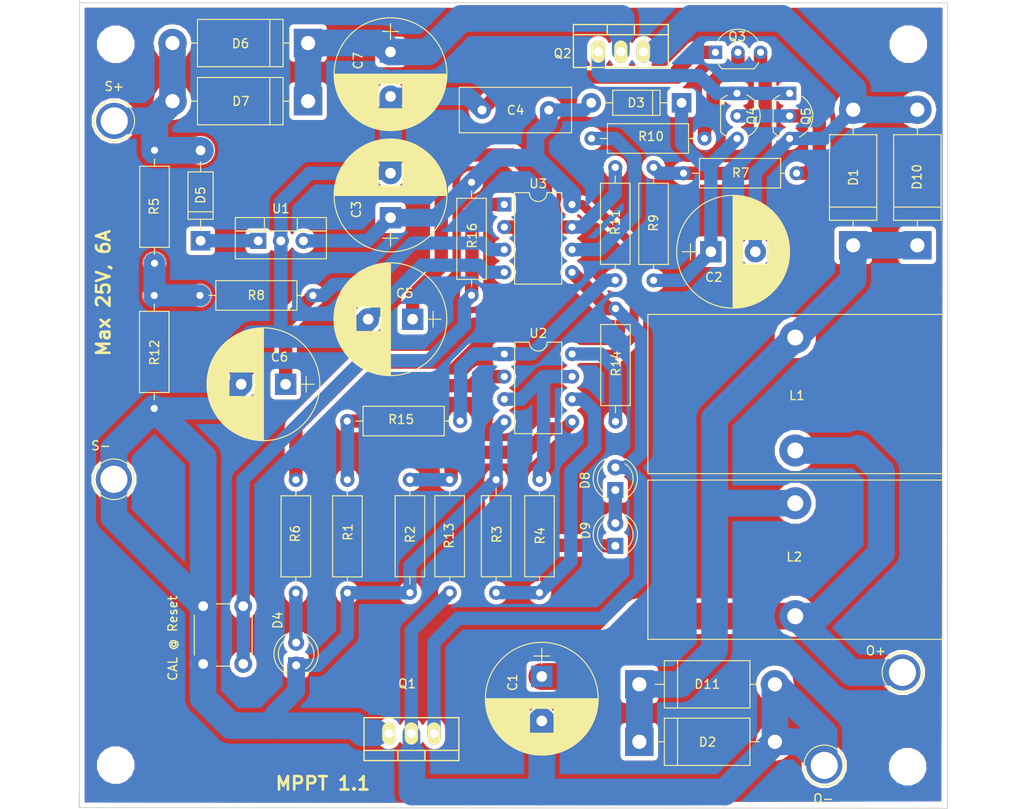
<source format=kicad_pcb>
(kicad_pcb (version 20171130) (host pcbnew "(5.0.0)")
  (layers (0 F.Cu signal) (31 B.Cu signal) (34 B.Paste user) (35 F.Paste user) (36 B.SilkS user) (37 F.SilkS user) (38 B.Mask user) (39 F.Mask user) (44 Edge.Cuts user))
  (net 0 "")
  (net 1 PRI_HI)
  (net 2 PRI_LO)
  (net 3 "Net-(C2-Pad2)")
  (net 4 "Net-(C2-Pad1)")
  (net 5 /BootStrap)
  (net 6 GND)
  (net 7 "Net-(C5-Pad1)")
  (net 8 "Net-(C6-Pad1)")
  (net 9 "Net-(C7-Pad1)")
  (net 10 "Net-(D1-Pad1)")
  (net 11 "Net-(D4-Pad2)")
  (net 12 "Net-(D5-Pad1)")
  (net 13 +24V)
  (net 14 "Net-(D8-Pad1)")
  (net 15 /3.6v)
  (net 16 "Net-(Q2-Pad1)")
  (net 17 "Net-(Q4-Pad2)")
  (net 18 "Net-(R1-Pad2)")
  (net 19 "Net-(R13-Pad2)")
  (net 20 "Net-(R3-Pad1)")
  (net 21 "Net-(R4-Pad1)")
  (net 22 /PV-Voltage)
  (net 23 "Net-(R6-Pad2)")
  (net 24 /PV-Current)
  (net 25 "Net-(R16-Pad1)")
  (net 26 "Net-(Q3-Pad3)")
  (net 27 "Net-(Q3-Pad2)")
  (net 28 "Net-(R10-Pad1)")
  (module Diodes_THT:D_DO-41_SOD81_P10.16mm_Horizontal (layer F.Cu) (at 112.32896 34.30016 180)
    (fp_text reference D3 (at 5.11556 0 180) (layer F.SilkS))
    (fp_text value 1N4001)
    (pad 2 thru_hole oval (at 10.16 0 180) (size 2.2 2.2) (drill 1.1) (layers *.Cu *.Mask) (net 5 /BootStrap))
    (pad 1 thru_hole rect (at 0 0 180) (size 2.2 2.2) (drill 1.1) (layers *.Cu *.Mask) (net 4 "Net-(C2-Pad1)"))
  )
  (module Mounting_Holes:MountingHole_3.2mm_M3_ISO7380 (layer F.Cu) (at 137.73404 108.93044)
    (fp_text reference REF** hide)
    (fp_text value MountingHole_3.2mm_M3_ISO7380)
    (pad 1 np_thru_hole circle (at 0 0) (size 3.2 3.2) (drill 3.2) (layers *.Cu *.Mask))
  )
  (module Mounting_Holes:MountingHole_3.2mm_M3_ISO7380 (layer F.Cu) (at 137.81532 27.7114)
    (fp_text reference REF** hide)
    (fp_text value MountingHole_3.2mm_M3_ISO7380)
    (pad 1 np_thru_hole circle (at 0 0) (size 3.2 3.2) (drill 3.2) (layers *.Cu *.Mask))
  )
  (module Mounting_Holes:MountingHole_3.2mm_M3_ISO7380 (layer F.Cu) (at 48.71212 27.72664)
    (fp_text reference REF** hide)
    (fp_text value MountingHole_3.2mm_M3_ISO7380)
    (pad 1 np_thru_hole circle (at 0 0) (size 3.2 3.2) (drill 3.2) (layers *.Cu *.Mask))
  )
  (module Capacitors_THT:CP_Radial_D12.5mm_P5.00mm (layer F.Cu) (at 96.61144 98.79076 270)
    (fp_text reference C1 (at 0.66548 3.2766 270) (layer F.SilkS))
    (fp_text value 100u)
    (pad 1 thru_hole rect (at 0 0 270) (size 2.4 2.4) (drill 1.2) (layers *.Cu *.Mask) (net 1 PRI_HI))
    (pad 2 thru_hole circle (at 5 0 270) (size 2.4 2.4) (drill 1.2) (layers *.Cu *.Mask) (net 2 PRI_LO))
  )
  (module Capacitors_THT:CP_Radial_D12.5mm_P5.00mm (layer F.Cu) (at 115.6208 51.04384)
    (fp_text reference C2 (at 0.3302 2.86512) (layer F.SilkS))
    (fp_text value 1u)
    (pad 2 thru_hole circle (at 5 0) (size 2.4 2.4) (drill 1.2) (layers *.Cu *.Mask) (net 3 "Net-(C2-Pad2)"))
    (pad 1 thru_hole rect (at 0 0) (size 2.4 2.4) (drill 1.2) (layers *.Cu *.Mask) (net 4 "Net-(C2-Pad1)"))
  )
  (module Capacitors_THT:CP_Radial_D12.5mm_P5.00mm (layer F.Cu) (at 79.6036 47.2186 90)
    (fp_text reference C3 (at 0.91948 -3.84048 90) (layer F.SilkS))
    (fp_text value 100u)
    (pad 1 thru_hole rect (at 0 0 90) (size 2.4 2.4) (drill 1.2) (layers *.Cu *.Mask) (net 5 /BootStrap))
    (pad 2 thru_hole circle (at 5 0 90) (size 2.4 2.4) (drill 1.2) (layers *.Cu *.Mask) (net 6 GND))
  )
  (module Capacitors_THT:C_Disc_D12.5mm_W5.0mm_P7.50mm (layer F.Cu) (at 97.39884 35.11296 180)
    (fp_text reference C4 (at 3.73888 -0.03048 180) (layer F.SilkS))
    (fp_text value 0.1u)
    (pad 2 thru_hole circle (at 7.5 0 180) (size 2 2) (drill 1) (layers *.Cu *.Mask) (net 6 GND))
    (pad 1 thru_hole circle (at 0 0 180) (size 2 2) (drill 1) (layers *.Cu *.Mask) (net 5 /BootStrap))
  )
  (module Capacitors_THT:CP_Radial_D12.5mm_P5.00mm (layer F.Cu) (at 82.0928 58.62828 180)
    (fp_text reference C5 (at 0.89408 2.91084 180) (layer F.SilkS))
    (fp_text value 10u)
    (pad 2 thru_hole circle (at 5 0 180) (size 2.4 2.4) (drill 1.2) (layers *.Cu *.Mask) (net 6 GND))
    (pad 1 thru_hole rect (at 0 0 180) (size 2.4 2.4) (drill 1.2) (layers *.Cu *.Mask) (net 7 "Net-(C5-Pad1)"))
  )
  (module Capacitors_THT:CP_Radial_D12.5mm_P5.00mm (layer F.Cu) (at 67.818 65.9384 180)
    (fp_text reference C6 (at 0.69088 3.05816 180) (layer F.SilkS))
    (fp_text value 10u)
    (pad 1 thru_hole rect (at 0 0 180) (size 2.4 2.4) (drill 1.2) (layers *.Cu *.Mask) (net 8 "Net-(C6-Pad1)"))
    (pad 2 thru_hole circle (at 5 0 180) (size 2.4 2.4) (drill 1.2) (layers *.Cu *.Mask) (net 6 GND))
  )
  (module Capacitors_THT:CP_Radial_D12.5mm_P5.00mm (layer F.Cu) (at 79.6036 28.58516 270)
    (fp_text reference C7 (at 0.98044 3.64236 270) (layer F.SilkS))
    (fp_text value 47u)
    (pad 2 thru_hole circle (at 5 0 270) (size 2.4 2.4) (drill 1.2) (layers *.Cu *.Mask) (net 6 GND))
    (pad 1 thru_hole rect (at 0 0 270) (size 2.4 2.4) (drill 1.2) (layers *.Cu *.Mask) (net 9 "Net-(C7-Pad1)"))
  )
  (module Diodes_THT:D_DO-201AD_P15.24mm_Horizontal (layer F.Cu) (at 131.61264 50.3174 90)
    (fp_text reference D1 (at 7.6454 0.0254 90) (layer F.SilkS))
    (fp_text value 1N5822A)
    (pad 2 thru_hole oval (at 15.24 0 90) (size 3.2 3.2) (drill 1.6) (layers *.Cu *.Mask) (net 3 "Net-(C2-Pad2)"))
    (pad 1 thru_hole rect (at 0 0 90) (size 3.2 3.2) (drill 1.6) (layers *.Cu *.Mask) (net 10 "Net-(D1-Pad1)"))
  )
  (module Diodes_THT:D_DO-201AD_P15.24mm_Horizontal (layer F.Cu) (at 107.57916 106.13136)
    (fp_text reference D2 (at 7.66064 0.03048) (layer F.SilkS))
    (fp_text value 1N5822A)
    (pad 1 thru_hole rect (at 0 0) (size 3.2 3.2) (drill 1.6) (layers *.Cu *.Mask) (net 10 "Net-(D1-Pad1)"))
    (pad 2 thru_hole oval (at 15.24 0) (size 3.2 3.2) (drill 1.6) (layers *.Cu *.Mask) (net 2 PRI_LO))
  )
  (module LEDs:LED_D4.0mm (layer F.Cu) (at 68.99656 97.536 90)
    (fp_text reference D4 (at 5.06984 -2.06248 90) (layer F.SilkS))
    (fp_text value LED)
    (pad 2 thru_hole circle (at 2.54 0 90) (size 1.8 1.8) (drill 0.9) (layers *.Cu *.Mask) (net 11 "Net-(D4-Pad2)"))
    (pad 1 thru_hole rect (at 0 0 90) (size 1.8 1.8) (drill 0.9) (layers *.Cu *.Mask) (net 6 GND))
  )
  (module Diodes_THT:D_DO-41_SOD81_P10.16mm_Horizontal (layer F.Cu) (at 58.25236 49.8094 90)
    (fp_text reference D5 (at 5.12572 0 90) (layer F.SilkS))
    (fp_text value 1N4007)
    (pad 1 thru_hole rect (at 0 0 90) (size 2.2 2.2) (drill 1.1) (layers *.Cu *.Mask) (net 12 "Net-(D5-Pad1)"))
    (pad 2 thru_hole oval (at 10.16 0 90) (size 2.2 2.2) (drill 1.1) (layers *.Cu *.Mask) (net 13 +24V))
  )
  (module Diodes_THT:D_DO-201AD_P15.24mm_Horizontal (layer F.Cu) (at 70.33768 27.5844 180)
    (fp_text reference D6 (at 7.5946 -0.06604 180) (layer F.SilkS))
    (fp_text value 1N5822A)
    (pad 1 thru_hole rect (at 0 0 180) (size 3.2 3.2) (drill 1.6) (layers *.Cu *.Mask) (net 9 "Net-(C7-Pad1)"))
    (pad 2 thru_hole oval (at 15.24 0 180) (size 3.2 3.2) (drill 1.6) (layers *.Cu *.Mask) (net 13 +24V))
  )
  (module Diodes_THT:D_DO-201AD_P15.24mm_Horizontal (layer F.Cu) (at 70.33768 34.11728 180)
    (fp_text reference D7 (at 7.55396 -0.01524 180) (layer F.SilkS))
    (fp_text value 1N5822A)
    (pad 2 thru_hole oval (at 15.24 0 180) (size 3.2 3.2) (drill 1.6) (layers *.Cu *.Mask) (net 13 +24V))
    (pad 1 thru_hole rect (at 0 0 180) (size 3.2 3.2) (drill 1.6) (layers *.Cu *.Mask) (net 9 "Net-(C7-Pad1)"))
  )
  (module LEDs:LED_D4.0mm (layer F.Cu) (at 104.8766 77.83068 90)
    (fp_text reference D8 (at 1.08712 -3.4036 90) (layer F.SilkS))
    (fp_text value LED)
    (pad 1 thru_hole rect (at 0 0 90) (size 1.8 1.8) (drill 0.9) (layers *.Cu *.Mask) (net 14 "Net-(D8-Pad1)"))
    (pad 2 thru_hole circle (at 2.54 0 90) (size 1.8 1.8) (drill 0.9) (layers *.Cu *.Mask) (net 15 /3.6v))
  )
  (module LEDs:LED_D4.0mm (layer F.Cu) (at 104.8766 84.10956 90)
    (fp_text reference D9 (at 1.7272 -3.35788 90) (layer F.SilkS))
    (fp_text value LED)
    (pad 2 thru_hole circle (at 2.54 0 90) (size 1.8 1.8) (drill 0.9) (layers *.Cu *.Mask) (net 14 "Net-(D8-Pad1)"))
    (pad 1 thru_hole rect (at 0 0 90) (size 1.8 1.8) (drill 0.9) (layers *.Cu *.Mask) (net 6 GND))
  )
  (module Diodes_THT:D_DO-201AD_P15.24mm_Horizontal (layer F.Cu) (at 138.83132 50.3174 90)
    (fp_text reference D10 (at 7.68604 -0.04064 90) (layer F.SilkS))
    (fp_text value 1N5822A)
    (pad 2 thru_hole oval (at 15.24 0 90) (size 3.2 3.2) (drill 1.6) (layers *.Cu *.Mask) (net 3 "Net-(C2-Pad2)"))
    (pad 1 thru_hole rect (at 0 0 90) (size 3.2 3.2) (drill 1.6) (layers *.Cu *.Mask) (net 10 "Net-(D1-Pad1)"))
  )
  (module Diodes_THT:D_DO-201AD_P15.24mm_Horizontal (layer F.Cu) (at 107.57916 99.67468)
    (fp_text reference D11 (at 7.64032 -0.01524) (layer F.SilkS))
    (fp_text value 1N5822A)
    (pad 1 thru_hole rect (at 0 0) (size 3.2 3.2) (drill 1.6) (layers *.Cu *.Mask) (net 10 "Net-(D1-Pad1)"))
    (pad 2 thru_hole oval (at 15.24 0) (size 3.2 3.2) (drill 1.6) (layers *.Cu *.Mask) (net 2 PRI_LO))
  )
  (module Connectors:1pin (layer F.Cu) (at 48.54956 36.33216)
    (fp_text reference S+ (at -0.00508 -3.87604) (layer F.SilkS))
    (fp_text value S+)
    (pad 1 thru_hole circle (at 0 0) (size 4.064 4.064) (drill 3.048) (layers *.Cu *.Mask) (net 13 +24V))
  )
  (module Connectors:1pin (layer F.Cu) (at 48.50892 76.62164)
    (fp_text reference S- (at -1.45288 -3.77444) (layer F.SilkS))
    (fp_text value S-)
    (pad 1 thru_hole circle (at 0 0) (size 4.064 4.064) (drill 3.048) (layers *.Cu *.Mask) (net 6 GND))
  )
  (module Connectors:1pin (layer F.Cu) (at 137.15492 98.33356)
    (fp_text reference O+ (at -2.97688 -2.42824) (layer F.SilkS))
    (fp_text value O+)
    (pad 1 thru_hole circle (at 0 0) (size 4.064 4.064) (drill 3.048) (layers *.Cu *.Mask) (net 1 PRI_HI))
  )
  (module Connectors:1pin (layer F.Cu) (at 128.36652 108.7882)
    (fp_text reference O- (at -0.09144 3.73888) (layer F.SilkS))
    (fp_text value O-)
    (pad 1 thru_hole circle (at 0 0) (size 4.064 4.064) (drill 3.048) (layers *.Cu *.Mask) (net 2 PRI_LO))
  )
  (module Inductors_THT:L_Toroid_Vertical_L33.0mm_W17.8mm_P12.70mm_Pulse_KM-5 (layer F.Cu) (at 125.10516 60.68568)
    (fp_text reference L1 (at 0.18288 6.52272) (layer F.SilkS))
    (fp_text value 330uH)
    (pad 2 thru_hole circle (at 0 12.7) (size 3.6 3.6) (drill 1.8) (layers *.Cu *.Mask) (net 1 PRI_HI))
    (pad 1 thru_hole circle (at 0 0) (size 3.6 3.6) (drill 1.8) (layers *.Cu *.Mask) (net 10 "Net-(D1-Pad1)"))
  )
  (module Inductors_THT:L_Toroid_Vertical_L33.0mm_W17.8mm_P12.70mm_Pulse_KM-5 (layer F.Cu) (at 125.10516 79.31404)
    (fp_text reference L2 (at -0.11176 6.04012) (layer F.SilkS))
    (fp_text value 330uH)
    (pad 1 thru_hole circle (at 0 0) (size 3.6 3.6) (drill 1.8) (layers *.Cu *.Mask) (net 10 "Net-(D1-Pad1)"))
    (pad 2 thru_hole circle (at 0 12.7) (size 3.6 3.6) (drill 1.8) (layers *.Cu *.Mask) (net 1 PRI_HI))
  )
  (module TO_SOT_Packages_THT-2:TO-220_Neutral123_Vertical (layer F.Cu) (at 81.95564 105.19664 180)
    (fp_text reference Q1 (at 0.47752 5.588 180) (layer F.SilkS))
    (fp_text value BUK9511-55A127)
    (pad 2 thru_hole oval (at 0 0 270) (size 2.49936 1.50114) (drill 1.00076) (layers *.Cu *.Mask F.SilkS) (net 2 PRI_LO))
    (pad 1 thru_hole oval (at -2.54 0 270) (size 2.49936 1.50114) (drill 1.00076) (layers *.Cu *.Mask F.SilkS) (net 15 /3.6v))
    (pad 3 thru_hole oval (at 2.54 0 270) (size 2.49936 1.50114) (drill 1.00076) (layers *.Cu *.Mask F.SilkS) (net 6 GND))
  )
  (module TO_SOT_Packages_THT-2:TO-220_Neutral123_Vertical (layer F.Cu) (at 105.49636 28.5496)
    (fp_text reference Q2 (at -6.5532 0.20828) (layer F.SilkS))
    (fp_text value BUK9511-55A127)
    (pad 3 thru_hole oval (at 2.54 0 90) (size 2.49936 1.50114) (drill 1.00076) (layers *.Cu *.Mask F.SilkS) (net 3 "Net-(C2-Pad2)"))
    (pad 1 thru_hole oval (at -2.54 0 90) (size 2.49936 1.50114) (drill 1.00076) (layers *.Cu *.Mask F.SilkS) (net 16 "Net-(Q2-Pad1)"))
    (pad 2 thru_hole oval (at 0 0 90) (size 2.49936 1.50114) (drill 1.00076) (layers *.Cu *.Mask F.SilkS) (net 9 "Net-(C7-Pad1)"))
  )
  (module TO_SOT_Packages_THT:TO-92_Inline_Wide (layer F.Cu) (at 118.56212 33.23844 270)
    (fp_text reference Q4 (at 2.53492 -1.66624 90) (layer F.SilkS))
    (fp_text value 2N2222A)
    (pad 1 thru_hole rect (at 0 0) (size 1.52 1.52) (drill 0.8) (layers *.Cu *.Mask) (net 16 "Net-(Q2-Pad1)"))
    (pad 3 thru_hole circle (at 5.08 0) (size 1.52 1.52) (drill 0.8) (layers *.Cu *.Mask) (net 4 "Net-(C2-Pad1)"))
    (pad 2 thru_hole circle (at 2.54 0) (size 1.52 1.52) (drill 0.8) (layers *.Cu *.Mask) (net 17 "Net-(Q4-Pad2)"))
  )
  (module TO_SOT_Packages_THT:TO-92_Inline_Wide (layer F.Cu) (at 124.47016 33.23844 270)
    (fp_text reference Q5 (at 2.57048 -1.8542 90) (layer F.SilkS))
    (fp_text value 2N2903A)
    (pad 2 thru_hole circle (at 2.54 0) (size 1.52 1.52) (drill 0.8) (layers *.Cu *.Mask) (net 17 "Net-(Q4-Pad2)"))
    (pad 3 thru_hole circle (at 5.08 0) (size 1.52 1.52) (drill 0.8) (layers *.Cu *.Mask) (net 3 "Net-(C2-Pad2)"))
    (pad 1 thru_hole rect (at 0 0) (size 1.52 1.52) (drill 0.8) (layers *.Cu *.Mask) (net 16 "Net-(Q2-Pad1)"))
  )
  (module Resistors_THT:R_Axial_DIN0309_L9.0mm_D3.2mm_P12.70mm_Horizontal (layer F.Cu) (at 74.75728 89.38768 90)
    (fp_text reference R1 (at 6.82752 0.06604 90) (layer F.SilkS))
    (fp_text value 2.2k)
    (pad 1 thru_hole circle (at 0 0 90) (size 1.6 1.6) (drill 0.8) (layers *.Cu *.Mask) (net 6 GND))
    (pad 2 thru_hole oval (at 12.7 0 90) (size 1.6 1.6) (drill 0.8) (layers *.Cu *.Mask) (net 18 "Net-(R1-Pad2)"))
  )
  (module Resistors_THT:R_Axial_DIN0309_L9.0mm_D3.2mm_P12.70mm_Horizontal (layer F.Cu) (at 81.78292 89.37244 90)
    (fp_text reference R2 (at 6.55828 0.04572 90) (layer F.SilkS))
    (fp_text value 100k)
    (pad 2 thru_hole oval (at 12.7 0 90) (size 1.6 1.6) (drill 0.8) (layers *.Cu *.Mask) (net 19 "Net-(R13-Pad2)"))
    (pad 1 thru_hole circle (at 0 0 90) (size 1.6 1.6) (drill 0.8) (layers *.Cu *.Mask) (net 6 GND))
  )
  (module Resistors_THT:R_Axial_DIN0309_L9.0mm_D3.2mm_P12.70mm_Horizontal (layer F.Cu) (at 91.47556 89.37244 90)
    (fp_text reference R3 (at 6.55828 0.09144 90) (layer F.SilkS))
    (fp_text value 10k)
    (pad 1 thru_hole circle (at 0 0 90) (size 1.6 1.6) (drill 0.8) (layers *.Cu *.Mask) (net 20 "Net-(R3-Pad1)"))
    (pad 2 thru_hole oval (at 12.7 0 90) (size 1.6 1.6) (drill 0.8) (layers *.Cu *.Mask) (net 6 GND))
  )
  (module Resistors_THT:R_Axial_DIN0309_L9.0mm_D3.2mm_P12.70mm_Horizontal (layer F.Cu) (at 96.35236 76.67244 270)
    (fp_text reference R4 (at 6.29412 -0.07112 270) (layer F.SilkS))
    (fp_text value 100k)
    (pad 2 thru_hole oval (at 12.7 0 270) (size 1.6 1.6) (drill 0.8) (layers *.Cu *.Mask) (net 20 "Net-(R3-Pad1)"))
    (pad 1 thru_hole circle (at 0 0 270) (size 1.6 1.6) (drill 0.8) (layers *.Cu *.Mask) (net 21 "Net-(R4-Pad1)"))
  )
  (module Resistors_THT:R_Axial_DIN0309_L9.0mm_D3.2mm_P12.70mm_Horizontal (layer F.Cu) (at 53.07584 39.63924 270)
    (fp_text reference R5 (at 6.30428 0.04064 270) (layer F.SilkS))
    (fp_text value 300k)
    (pad 2 thru_hole oval (at 12.7 0 270) (size 1.6 1.6) (drill 0.8) (layers *.Cu *.Mask) (net 22 /PV-Voltage))
    (pad 1 thru_hole circle (at 0 0 270) (size 1.6 1.6) (drill 0.8) (layers *.Cu *.Mask) (net 13 +24V))
  )
  (module Resistors_THT:R_Axial_DIN0309_L9.0mm_D3.2mm_P12.70mm_Horizontal (layer F.Cu) (at 68.96608 89.38768 90)
    (fp_text reference R6 (at 6.6548 -0.06604 90) (layer F.SilkS))
    (fp_text value 1k)
    (pad 1 thru_hole circle (at 0 0 90) (size 1.6 1.6) (drill 0.8) (layers *.Cu *.Mask) (net 11 "Net-(D4-Pad2)"))
    (pad 2 thru_hole oval (at 12.7 0 90) (size 1.6 1.6) (drill 0.8) (layers *.Cu *.Mask) (net 23 "Net-(R6-Pad2)"))
  )
  (module Resistors_THT:R_Axial_DIN0309_L9.0mm_D3.2mm_P12.70mm_Horizontal (layer F.Cu) (at 58.17616 55.9562)
    (fp_text reference R8 (at 6.32968 -0.01524) (layer F.SilkS))
    (fp_text value 100k)
    (pad 1 thru_hole circle (at 0 0) (size 1.6 1.6) (drill 0.8) (layers *.Cu *.Mask) (net 22 /PV-Voltage))
    (pad 2 thru_hole oval (at 12.7 0) (size 1.6 1.6) (drill 0.8) (layers *.Cu *.Mask) (net 8 "Net-(C6-Pad1)"))
  )
  (module Resistors_THT:R_Axial_DIN0309_L9.0mm_D3.2mm_P12.70mm_Horizontal (layer F.Cu) (at 102.19944 38.31336)
    (fp_text reference R10 (at 6.68528 -0.2286) (layer F.SilkS))
    (fp_text value 1k)
    (pad 2 thru_hole oval (at 12.7 0) (size 1.6 1.6) (drill 0.8) (layers *.Cu *.Mask) (net 27 "Net-(Q3-Pad2)"))
    (pad 1 thru_hole circle (at 0 0) (size 1.6 1.6) (drill 0.8) (layers *.Cu *.Mask) (net 28 "Net-(R10-Pad1)"))
  )
  (module Resistors_THT:R_Axial_DIN0309_L9.0mm_D3.2mm_P12.70mm_Horizontal (layer F.Cu) (at 104.87152 54.24932 90)
    (fp_text reference R11 (at 6.5278 0 90) (layer F.SilkS))
    (fp_text value 100k)
    (pad 2 thru_hole oval (at 12.7 0 90) (size 1.6 1.6) (drill 0.8) (layers *.Cu *.Mask) (net 7 "Net-(C5-Pad1)"))
    (pad 1 thru_hole circle (at 0 0 90) (size 1.6 1.6) (drill 0.8) (layers *.Cu *.Mask) (net 24 /PV-Current))
  )
  (module Resistors_THT:R_Axial_DIN0309_L9.0mm_D3.2mm_P12.70mm_Horizontal (layer F.Cu) (at 53.04536 55.9562 270)
    (fp_text reference R12 (at 6.4262 -0.03556 270) (layer F.SilkS))
    (fp_text value 47k)
    (pad 1 thru_hole circle (at 0 0 270) (size 1.6 1.6) (drill 0.8) (layers *.Cu *.Mask) (net 22 /PV-Voltage))
    (pad 2 thru_hole oval (at 12.7 0 270) (size 1.6 1.6) (drill 0.8) (layers *.Cu *.Mask) (net 6 GND))
  )
  (module Resistors_THT:R_Axial_DIN0309_L9.0mm_D3.2mm_P12.70mm_Horizontal (layer F.Cu) (at 86.2584 89.37244 90)
    (fp_text reference R13 (at 6.40588 -0.07112 90) (layer F.SilkS))
    (fp_text value 10k)
    (pad 1 thru_hole circle (at 0 0 90) (size 1.6 1.6) (drill 0.8) (layers *.Cu *.Mask) (net 2 PRI_LO))
    (pad 2 thru_hole oval (at 12.7 0 90) (size 1.6 1.6) (drill 0.8) (layers *.Cu *.Mask) (net 19 "Net-(R13-Pad2)"))
  )
  (module Resistors_THT:R_Axial_DIN0309_L9.0mm_D3.2mm_P12.70mm_Horizontal (layer F.Cu) (at 104.89692 70.13448 90)
    (fp_text reference R14 (at 6.5024 0.06604 90) (layer F.SilkS))
    (fp_text value 4.7k)
    (pad 2 thru_hole oval (at 12.7 0 90) (size 1.6 1.6) (drill 0.8) (layers *.Cu *.Mask) (net 15 /3.6v))
    (pad 1 thru_hole circle (at 0 0 90) (size 1.6 1.6) (drill 0.8) (layers *.Cu *.Mask) (net 5 /BootStrap))
  )
  (module Resistors_THT:R_Axial_DIN0309_L9.0mm_D3.2mm_P12.70mm_Horizontal (layer F.Cu) (at 74.73188 70.0786)
    (fp_text reference R15 (at 6.06552 -0.1778) (layer F.SilkS))
    (fp_text value 10k)
    (pad 2 thru_hole oval (at 12.7 0) (size 1.6 1.6) (drill 0.8) (layers *.Cu *.Mask) (net 24 /PV-Current))
    (pad 1 thru_hole circle (at 0 0) (size 1.6 1.6) (drill 0.8) (layers *.Cu *.Mask) (net 18 "Net-(R1-Pad2)"))
  )
  (module Resistors_THT:R_Axial_DIN0309_L9.0mm_D3.2mm_P12.70mm_Horizontal (layer F.Cu) (at 88.71712 55.94096 90)
    (fp_text reference R16 (at 6.7056 0.07112 90) (layer F.SilkS))
    (fp_text value 10k)
    (pad 1 thru_hole circle (at 0 0 90) (size 1.6 1.6) (drill 0.8) (layers *.Cu *.Mask) (net 25 "Net-(R16-Pad1)"))
    (pad 2 thru_hole oval (at 12.7 0 90) (size 1.6 1.6) (drill 0.8) (layers *.Cu *.Mask) (net 5 /BootStrap))
  )
  (module Buttons_Switches_THT:SW_PUSH_6mm (layer F.Cu) (at 58.547 97.37852 90)
    (fp_text reference "CAL @ Reset" (at 2.89052 -3.41884 90) (layer F.SilkS))
    (fp_text value "Write OP-AMP DIFF")
    (pad 1 thru_hole circle (at 6.5 0 180) (size 2 2) (drill 1.1) (layers *.Cu *.Mask) (net 6 GND))
    (pad 2 thru_hole circle (at 6.5 4.5 180) (size 2 2) (drill 1.1) (layers *.Cu *.Mask) (net 25 "Net-(R16-Pad1)"))
    (pad 1 thru_hole circle (at 0 0 180) (size 2 2) (drill 1.1) (layers *.Cu *.Mask) (net 6 GND))
    (pad 2 thru_hole circle (at 0 4.5 180) (size 2 2) (drill 1.1) (layers *.Cu *.Mask) (net 25 "Net-(R16-Pad1)"))
  )
  (module TO_SOT_Packages_THT:TO-220-3_Vertical (layer F.Cu) (at 64.73952 49.81956)
    (fp_text reference U1 (at 2.54 -3.62) (layer F.SilkS))
    (fp_text value LM7805_TO220)
    (pad 3 thru_hole oval (at 5.08 0) (size 1.8 1.8) (drill 1) (layers *.Cu *.Mask) (net 5 /BootStrap))
    (pad 2 thru_hole oval (at 2.54 0) (size 1.8 1.8) (drill 1) (layers *.Cu *.Mask) (net 6 GND))
    (pad 1 thru_hole rect (at 0 0) (size 1.8 1.8) (drill 1) (layers *.Cu *.Mask) (net 12 "Net-(D5-Pad1)"))
  )
  (module Housings_DIP:DIP-8_W7.62mm (layer F.Cu) (at 92.40012 62.53988)
    (fp_text reference U2 (at 3.81 -2.33) (layer F.SilkS))
    (fp_text value LM358N)
    (pad 8 thru_hole oval (at 7.62 0) (size 1.6 1.6) (drill 0.8) (layers *.Cu *.Mask) (net 5 /BootStrap))
    (pad 4 thru_hole oval (at 0 7.62) (size 1.6 1.6) (drill 0.8) (layers *.Cu *.Mask) (net 6 GND))
    (pad 7 thru_hole oval (at 7.62 2.54) (size 1.6 1.6) (drill 0.8) (layers *.Cu *.Mask) (net 21 "Net-(R4-Pad1)"))
    (pad 3 thru_hole oval (at 0 5.08) (size 1.6 1.6) (drill 0.8) (layers *.Cu *.Mask) (net 21 "Net-(R4-Pad1)"))
    (pad 6 thru_hole oval (at 7.62 5.08) (size 1.6 1.6) (drill 0.8) (layers *.Cu *.Mask) (net 20 "Net-(R3-Pad1)"))
    (pad 2 thru_hole oval (at 0 2.54) (size 1.6 1.6) (drill 0.8) (layers *.Cu *.Mask) (net 18 "Net-(R1-Pad2)"))
    (pad 5 thru_hole oval (at 7.62 7.62) (size 1.6 1.6) (drill 0.8) (layers *.Cu *.Mask) (net 19 "Net-(R13-Pad2)"))
    (pad 1 thru_hole rect (at 0 0) (size 1.6 1.6) (drill 0.8) (layers *.Cu *.Mask) (net 24 /PV-Current))
  )
  (module Housings_DIP:DIP-8_W7.62mm (layer F.Cu) (at 92.39504 45.73016)
    (fp_text reference U3 (at 3.81 -2.33) (layer F.SilkS))
    (fp_text value ATtiny85-20PU)
    (pad 1 thru_hole rect (at 0 0) (size 1.6 1.6) (drill 0.8) (layers *.Cu *.Mask) (net 25 "Net-(R16-Pad1)"))
    (pad 5 thru_hole oval (at 7.62 7.62) (size 1.6 1.6) (drill 0.8) (layers *.Cu *.Mask) (net 15 /3.6v))
    (pad 2 thru_hole oval (at 0 2.54) (size 1.6 1.6) (drill 0.8) (layers *.Cu *.Mask) (net 23 "Net-(R6-Pad2)"))
    (pad 6 thru_hole oval (at 7.62 5.08) (size 1.6 1.6) (drill 0.8) (layers *.Cu *.Mask) (net 28 "Net-(R10-Pad1)"))
    (pad 3 thru_hole oval (at 0 5.08) (size 1.6 1.6) (drill 0.8) (layers *.Cu *.Mask) (net 8 "Net-(C6-Pad1)"))
    (pad 7 thru_hole oval (at 7.62 2.54) (size 1.6 1.6) (drill 0.8) (layers *.Cu *.Mask) (net 7 "Net-(C5-Pad1)"))
    (pad 4 thru_hole oval (at 0 7.62) (size 1.6 1.6) (drill 0.8) (layers *.Cu *.Mask) (net 6 GND))
    (pad 8 thru_hole oval (at 7.62 0) (size 1.6 1.6) (drill 0.8) (layers *.Cu *.Mask) (net 5 /BootStrap))
  )
  (module Mounting_Holes:MountingHole_3.2mm_M3_ISO7380 (layer F.Cu) (at 48.71212 108.75772)
    (fp_text reference REF** hide)
    (fp_text value MountingHole_3.2mm_M3_ISO7380)
    (pad 1 np_thru_hole circle (at 0 0) (size 3.2 3.2) (drill 3.2) (layers *.Cu *.Mask))
  )
  (module Resistors_THT:R_Axial_DIN0309_L9.0mm_D3.2mm_P12.70mm_Horizontal (layer F.Cu) (at 125.2474 42.2148 180)
    (fp_text reference R7 (at 6.27888 0.04064 180) (layer F.SilkS))
    (fp_text value 1k)
    (pad 2 thru_hole oval (at 12.7 0 180) (size 1.6 1.6) (drill 0.8) (layers *.Cu *.Mask) (net 26 "Net-(Q3-Pad3)"))
    (pad 1 thru_hole circle (at 0 0 180) (size 1.6 1.6) (drill 0.8) (layers *.Cu *.Mask) (net 17 "Net-(Q4-Pad2)"))
  )
  (module TO_SOT_Packages_THT:TO-92_Inline_Wide (layer F.Cu) (at 116.12372 28.6258)
    (fp_text reference Q3 (at 2.44856 -1.76784 180) (layer F.SilkS))
    (fp_text value 2N2222A)
    (pad 1 thru_hole rect (at 0 0 90) (size 1.52 1.52) (drill 0.8) (layers *.Cu *.Mask) (net 6 GND))
    (pad 3 thru_hole circle (at 5.08 0 90) (size 1.52 1.52) (drill 0.8) (layers *.Cu *.Mask) (net 26 "Net-(Q3-Pad3)"))
    (pad 2 thru_hole circle (at 2.54 0 90) (size 1.52 1.52) (drill 0.8) (layers *.Cu *.Mask) (net 27 "Net-(Q3-Pad2)"))
  )
  (module Resistors_THT:R_Axial_DIN0309_L9.0mm_D3.2mm_P12.70mm_Horizontal (layer F.Cu) (at 109.1692 41.55948 270)
    (fp_text reference R9 (at 6.24332 0 270) (layer F.SilkS))
    (fp_text value 10k)
    (pad 2 thru_hole oval (at 12.7 0 270) (size 1.6 1.6) (drill 0.8) (layers *.Cu *.Mask) (net 4 "Net-(C2-Pad1)"))
    (pad 1 thru_hole circle (at 0 0 270) (size 1.6 1.6) (drill 0.8) (layers *.Cu *.Mask) (net 26 "Net-(Q3-Pad3)"))
  )
  (gr_text "Max 25V, 6A" (at 47.32528 55.68188 90) (layer F.SilkS) (effects (font (size 1.5 1.5) (thickness 0.3))))
  (gr_text "MPPT 1.1" (at 71.99884 110.81512) (layer F.SilkS) (effects (font (size 1.5 1.5) (thickness 0.3))))
  (gr_line (start 44.577 113.51768) (end 44.65828 110.8964) (layer Edge.Cuts) (width 0.1))
  (gr_line (start 142.17904 113.60404) (end 44.577 113.51768) (layer Edge.Cuts) (width 0.1))
  (gr_line (start 44.6532 113.38052) (end 44.6532 22.79396) (layer Edge.Cuts) (width 0.1))
  (gr_line (start 142.21968 23.05812) (end 142.21968 113.62944) (layer Edge.Cuts) (width 0.1))
  (gr_line (start 44.7802 23.05812) (end 142.21968 23.05812) (layer Edge.Cuts) (width 0.1))
  (segment (start 127.650744 92.01404) (end 134.78764 84.877144) (width 3) (layer B.Cu) (net 1))
  (segment (start 125.10516 92.01404) (end 127.650744 92.01404) (width 3) (layer B.Cu) (net 1))
  (segment (start 134.78764 84.877144) (end 134.78764 75.7682) (width 3) (layer B.Cu) (net 1))
  (segment (start 134.78764 75.7682) (end 132.16636 73.14692) (width 3) (layer B.Cu) (net 1))
  (segment (start 131.9276 73.38568) (end 125.10516 73.38568) (width 3) (layer B.Cu) (net 1))
  (segment (start 132.16636 73.14692) (end 131.9276 73.38568) (width 3) (layer B.Cu) (net 1))
  (segment (start 122.559576 92.01404) (end 125.10516 92.01404) (width 3) (layer F.Cu) (net 1))
  (segment (start 107.58816 92.01404) (end 122.559576 92.01404) (width 3) (layer F.Cu) (net 1))
  (segment (start 100.81144 98.79076) (end 107.58816 92.01404) (width 3) (layer F.Cu) (net 1))
  (segment (start 96.61144 98.79076) (end 100.81144 98.79076) (width 3) (layer F.Cu) (net 1))
  (segment (start 131.42468 98.33356) (end 125.10516 92.01404) (width 3) (layer B.Cu) (net 1))
  (segment (start 137.15492 98.33356) (end 131.42468 98.33356) (width 3) (layer B.Cu) (net 1))
  (segment (start 122.81916 99.67468) (end 122.81916 106.13136) (width 3) (layer B.Cu) (net 2))
  (segment (start 125.70968 106.13136) (end 128.36652 108.7882) (width 3) (layer B.Cu) (net 2))
  (segment (start 122.81916 106.13136) (end 125.70968 106.13136) (width 3) (layer B.Cu) (net 2))
  (segment (start 128.36652 105.22204) (end 122.81916 99.67468) (width 3) (layer B.Cu) (net 2))
  (segment (start 128.36652 108.7882) (end 128.36652 105.22204) (width 3) (layer B.Cu) (net 2))
  (segment (start 96.61144 103.79076) (end 96.61144 111.777668) (width 3) (layer B.Cu) (net 2))
  (segment (start 117.172852 111.777668) (end 122.81916 106.13136) (width 3) (layer B.Cu) (net 2))
  (segment (start 96.61144 111.777668) (end 117.172852 111.777668) (width 3) (layer B.Cu) (net 2))
  (segment (start 96.61144 111.777668) (end 82.025076 111.777669) (width 3) (layer B.Cu) (net 2))
  (segment (start 82.025076 111.777669) (end 82.025076 107.606244) (width 3) (layer B.Cu) (net 2))
  (segment (start 81.95564 107.536808) (end 82.025076 107.606244) (width 2) (layer B.Cu) (net 2))
  (segment (start 81.95564 105.19664) (end 81.95564 107.536808) (width 2) (layer B.Cu) (net 2))
  (segment (start 81.95564 93.63456) (end 81.95564 105.19664) (width 1.5) (layer B.Cu) (net 2))
  (segment (start 85.417761 90.172439) (end 81.95564 93.63456) (width 1.5) (layer B.Cu) (net 2))
  (segment (start 86.2584 89.37244) (end 85.458401 90.172439) (width 1.5) (layer B.Cu) (net 2))
  (segment (start 85.458401 90.172439) (end 85.417761 90.172439) (width 1.5) (layer B.Cu) (net 2))
  (segment (start 138.83132 35.0774) (end 131.61264 35.0774) (width 3) (layer B.Cu) (net 3))
  (segment (start 131.61264 35.0774) (end 131.61264 32.814659) (width 3) (layer B.Cu) (net 3))
  (segment (start 123.606111 24.80813) (end 113.61171 24.80813) (width 3) (layer B.Cu) (net 3))
  (segment (start 113.61171 24.80813) (end 113.40343 24.80813) (width 3) (layer B.Cu) (net 3))
  (segment (start 113.40343 24.80813) (end 109.728 28.48356) (width 3) (layer B.Cu) (net 3))
  (segment (start 109.66196 28.5496) (end 109.728 28.48356) (width 1.5) (layer B.Cu) (net 3))
  (segment (start 108.03636 28.5496) (end 109.66196 28.5496) (width 1.5) (layer B.Cu) (net 3))
  (segment (start 131.61264 32.814659) (end 125.49632 26.698339) (width 3) (layer B.Cu) (net 3))
  (segment (start 125.49632 26.698339) (end 123.606111 24.80813) (width 3) (layer B.Cu) (net 3))
  (segment (start 128.3716 38.31844) (end 131.61264 35.0774) (width 1.5) (layer B.Cu) (net 3))
  (segment (start 124.47016 38.31844) (end 128.3716 38.31844) (width 1.5) (layer B.Cu) (net 3))
  (segment (start 120.6208 42.1678) (end 120.6208 51.04384) (width 1.5) (layer B.Cu) (net 3))
  (segment (start 124.47016 38.31844) (end 120.6208 42.1678) (width 1.5) (layer B.Cu) (net 3))
  (segment (start 115.6208 41.25976) (end 118.56212 38.31844) (width 1.5) (layer B.Cu) (net 4))
  (segment (start 115.6208 51.04384) (end 115.6208 41.25976) (width 1.5) (layer B.Cu) (net 4))
  (segment (start 112.40516 54.25948) (end 115.6208 51.04384) (width 1.5) (layer B.Cu) (net 4))
  (segment (start 109.1692 54.25948) (end 112.40516 54.25948) (width 1.5) (layer B.Cu) (net 4))
  (segment (start 112.32896 34.30016) (end 112.32896 38.86708) (width 1.5) (layer B.Cu) (net 4))
  (segment (start 114.72164 41.25976) (end 115.6208 41.25976) (width 1.5) (layer B.Cu) (net 4))
  (segment (start 112.32896 38.86708) (end 114.72164 41.25976) (width 1.5) (layer B.Cu) (net 4))
  (segment (start 77.00264 49.81956) (end 79.6036 47.2186) (width 1.5) (layer B.Cu) (net 5))
  (segment (start 69.81952 49.81956) (end 77.00264 49.81956) (width 1.5) (layer B.Cu) (net 5))
  (segment (start 103.23068 62.53988) (end 100.02012 62.53988) (width 1.5) (layer B.Cu) (net 5))
  (segment (start 104.89692 70.13448) (end 104.89692 64.20612) (width 1.5) (layer B.Cu) (net 5))
  (segment (start 104.89692 64.20612) (end 103.23068 62.53988) (width 1.5) (layer B.Cu) (net 5))
  (segment (start 84.73948 47.2186) (end 88.71712 43.24096) (width 2) (layer B.Cu) (net 5))
  (segment (start 79.6036 47.2186) (end 84.73948 47.2186) (width 2) (layer B.Cu) (net 5))
  (segment (start 100.01504 44.59879) (end 95.89877 40.48252) (width 2) (layer B.Cu) (net 5))
  (segment (start 100.01504 45.73016) (end 100.01504 44.59879) (width 2) (layer B.Cu) (net 5))
  (segment (start 91.47556 40.48252) (end 88.71712 43.24096) (width 2) (layer B.Cu) (net 5))
  (segment (start 95.89877 40.48252) (end 91.47556 40.48252) (width 2) (layer B.Cu) (net 5))
  (segment (start 95.89877 38.027243) (end 95.89877 40.48252) (width 2) (layer B.Cu) (net 5))
  (segment (start 97.39884 36.527173) (end 95.89877 38.027243) (width 2) (layer B.Cu) (net 5))
  (segment (start 97.39884 35.11296) (end 97.39884 36.527173) (width 2) (layer B.Cu) (net 5))
  (segment (start 101.14641 45.73016) (end 102.20813 46.79188) (width 1) (layer F.Cu) (net 5))
  (segment (start 100.01504 45.73016) (end 101.14641 45.73016) (width 1) (layer F.Cu) (net 5))
  (segment (start 103.3526 46.79188) (end 106.98988 50.42916) (width 1) (layer F.Cu) (net 5))
  (segment (start 102.20813 46.79188) (end 103.3526 46.79188) (width 1) (layer F.Cu) (net 5))
  (segment (start 104.98328 62.53988) (end 106.98988 60.53328) (width 1) (layer F.Cu) (net 5))
  (segment (start 100.02012 62.53988) (end 104.98328 62.53988) (width 1) (layer F.Cu) (net 5))
  (segment (start 106.98988 60.53328) (end 106.98988 50.42916) (width 1) (layer F.Cu) (net 5))
  (segment (start 101.35616 35.11296) (end 102.16896 34.30016) (width 1.5) (layer B.Cu) (net 5))
  (segment (start 97.39884 35.11296) (end 101.35616 35.11296) (width 1.5) (layer B.Cu) (net 5))
  (segment (start 79.6036 33.58516) (end 79.6036 42.2186) (width 2.5) (layer B.Cu) (net 6))
  (segment (start 60.1002 68.6562) (end 62.818 65.9384) (width 2.5) (layer B.Cu) (net 6))
  (segment (start 53.04536 68.6562) (end 60.1002 68.6562) (width 2.5) (layer B.Cu) (net 6))
  (segment (start 62.818 65.9384) (end 62.818 61.79948) (width 2.5) (layer B.Cu) (net 6))
  (segment (start 62.818 61.79948) (end 64.02832 60.58916) (width 2.5) (layer B.Cu) (net 6))
  (segment (start 75.13192 60.58916) (end 77.0928 58.62828) (width 2.5) (layer B.Cu) (net 6))
  (segment (start 67.27952 51.092352) (end 67.27952 60.58916) (width 1.5) (layer B.Cu) (net 6))
  (segment (start 67.27952 49.81956) (end 67.27952 51.092352) (width 1.5) (layer B.Cu) (net 6))
  (segment (start 64.02832 60.58916) (end 67.27952 60.58916) (width 2.5) (layer B.Cu) (net 6))
  (segment (start 67.27952 60.58916) (end 75.13192 60.58916) (width 2.5) (layer B.Cu) (net 6))
  (segment (start 74.75728 90.51905) (end 74.75728 89.38768) (width 1.5) (layer B.Cu) (net 6))
  (segment (start 74.75728 94.17528) (end 74.75728 90.51905) (width 1.5) (layer B.Cu) (net 6))
  (segment (start 71.39656 97.536) (end 74.75728 94.17528) (width 1.5) (layer B.Cu) (net 6))
  (segment (start 68.99656 97.536) (end 71.39656 97.536) (width 1.5) (layer B.Cu) (net 6))
  (segment (start 81.76768 89.38768) (end 81.78292 89.37244) (width 1.5) (layer B.Cu) (net 6))
  (segment (start 74.75728 89.38768) (end 81.76768 89.38768) (width 1.5) (layer B.Cu) (net 6))
  (segment (start 91.47556 71.08444) (end 92.40012 70.15988) (width 1.5) (layer B.Cu) (net 6))
  (segment (start 91.47556 76.67244) (end 91.47556 71.08444) (width 1.5) (layer B.Cu) (net 6))
  (segment (start 81.78292 86.36508) (end 91.47556 76.67244) (width 1.5) (layer B.Cu) (net 6))
  (segment (start 81.78292 89.37244) (end 81.78292 86.36508) (width 1.5) (layer B.Cu) (net 6))
  (segment (start 102.4766 84.10956) (end 102.42072 84.05368) (width 1.5) (layer F.Cu) (net 6))
  (segment (start 104.8766 84.10956) (end 102.4766 84.10956) (width 1.5) (layer F.Cu) (net 6))
  (segment (start 102.42072 84.05368) (end 95.33636 84.05368) (width 1.5) (layer F.Cu) (net 6))
  (segment (start 91.47556 80.19288) (end 91.47556 76.67244) (width 1.5) (layer F.Cu) (net 6))
  (segment (start 95.33636 84.05368) (end 91.47556 80.19288) (width 1.5) (layer F.Cu) (net 6))
  (segment (start 70.52184 42.2186) (end 79.6036 42.2186) (width 1.5) (layer B.Cu) (net 6))
  (segment (start 67.27952 49.81956) (end 67.27952 45.46092) (width 1.5) (layer B.Cu) (net 6))
  (segment (start 67.27952 45.46092) (end 70.52184 42.2186) (width 1.5) (layer B.Cu) (net 6))
  (segment (start 58.547 90.87852) (end 58.547 86.65972) (width 3) (layer B.Cu) (net 6))
  (segment (start 58.547 97.37852) (end 58.547 101.23424) (width 3) (layer B.Cu) (net 6))
  (segment (start 58.547 101.23424) (end 61.63564 104.32288) (width 3) (layer B.Cu) (net 6))
  (segment (start 61.63564 104.32288) (end 66.50228 104.32288) (width 3) (layer B.Cu) (net 6))
  (segment (start 58.547 90.87852) (end 58.547 97.37852) (width 3) (layer B.Cu) (net 6))
  (segment (start 66.50228 102.93028) (end 66.50228 104.32288) (width 2) (layer B.Cu) (net 6))
  (segment (start 68.99656 100.436) (end 66.50228 102.93028) (width 2) (layer B.Cu) (net 6))
  (segment (start 68.99656 97.536) (end 68.99656 100.436) (width 2) (layer B.Cu) (net 6))
  (segment (start 58.547 74.15784) (end 53.04536 68.6562) (width 3) (layer B.Cu) (net 6))
  (segment (start 58.547 86.65972) (end 58.547 74.15784) (width 3) (layer B.Cu) (net 6))
  (segment (start 48.50892 73.19264) (end 53.04536 68.6562) (width 3) (layer B.Cu) (net 6))
  (segment (start 48.50892 76.62164) (end 48.50892 73.19264) (width 3) (layer B.Cu) (net 6))
  (segment (start 48.50892 80.84044) (end 58.547 90.87852) (width 3) (layer B.Cu) (net 6))
  (segment (start 48.50892 76.62164) (end 48.50892 80.84044) (width 3) (layer B.Cu) (net 6))
  (segment (start 77.0928 58.62828) (end 83.16848 52.5526) (width 1.5) (layer B.Cu) (net 6))
  (segment (start 83.16848 52.5526) (end 89.54008 52.5526) (width 1.5) (layer B.Cu) (net 6))
  (segment (start 90.33764 53.35016) (end 92.39504 53.35016) (width 1.5) (layer B.Cu) (net 6))
  (segment (start 89.54008 52.5526) (end 90.33764 53.35016) (width 1.5) (layer B.Cu) (net 6))
  (segment (start 88.37104 33.58516) (end 89.89884 35.11296) (width 2) (layer B.Cu) (net 6))
  (segment (start 79.6036 33.58516) (end 88.37104 33.58516) (width 2) (layer B.Cu) (net 6))
  (segment (start 66.50228 104.32288) (end 75.64628 104.32288) (width 3) (layer B.Cu) (net 6))
  (segment (start 75.64628 104.32288) (end 76.43876 105.11536) (width 3) (layer B.Cu) (net 6))
  (segment (start 76.43876 105.11536) (end 77.9526 105.11536) (width 3) (layer B.Cu) (net 6))
  (segment (start 78.03388 105.19664) (end 77.9526 105.11536) (width 1.5) (layer B.Cu) (net 6))
  (segment (start 79.41564 105.19664) (end 78.03388 105.19664) (width 1.5) (layer B.Cu) (net 6))
  (segment (start 89.89884 35.11296) (end 93.60724 31.40456) (width 1.5) (layer F.Cu) (net 6))
  (segment (start 93.60724 31.40456) (end 111.8362 31.40456) (width 1.5) (layer F.Cu) (net 6))
  (segment (start 113.86372 28.6258) (end 116.12372 28.6258) (width 1.5) (layer F.Cu) (net 6))
  (segment (start 111.8362 30.65332) (end 113.86372 28.6258) (width 1.5) (layer F.Cu) (net 6))
  (segment (start 111.8362 31.40456) (end 111.8362 30.65332) (width 1.5) (layer F.Cu) (net 6))
  (segment (start 82.0928 55.92828) (end 85.30844 52.71264) (width 1.5) (layer F.Cu) (net 7))
  (segment (start 82.0928 58.62828) (end 82.0928 55.92828) (width 1.5) (layer F.Cu) (net 7))
  (segment (start 85.30844 52.71264) (end 85.30844 41.25976) (width 1.5) (layer F.Cu) (net 7))
  (segment (start 85.30844 41.25976) (end 86.40064 40.16756) (width 1.5) (layer F.Cu) (net 7))
  (segment (start 86.40064 40.16756) (end 93.26372 40.16756) (width 1.5) (layer F.Cu) (net 7))
  (segment (start 93.26372 40.16756) (end 97.01276 43.9166) (width 1.5) (layer F.Cu) (net 7))
  (segment (start 97.01276 43.9166) (end 97.01276 46.80204) (width 1.5) (layer F.Cu) (net 7))
  (segment (start 98.48088 48.27016) (end 97.01276 46.80204) (width 1.5) (layer F.Cu) (net 7))
  (segment (start 100.01504 48.27016) (end 98.48088 48.27016) (width 1.5) (layer F.Cu) (net 7))
  (segment (start 104.87152 42.68069) (end 104.87152 41.54932) (width 1.5) (layer B.Cu) (net 7))
  (segment (start 104.87152 44.54505) (end 104.87152 42.68069) (width 1.5) (layer B.Cu) (net 7))
  (segment (start 101.14641 48.27016) (end 104.87152 44.54505) (width 1.5) (layer B.Cu) (net 7))
  (segment (start 100.01504 48.27016) (end 101.14641 48.27016) (width 1.5) (layer B.Cu) (net 7))
  (segment (start 67.818 59.01436) (end 70.87616 55.9562) (width 1.5) (layer F.Cu) (net 8))
  (segment (start 67.818 65.9384) (end 67.818 59.01436) (width 1.5) (layer F.Cu) (net 8))
  (segment (start 72.00753 55.9562) (end 73.23689 54.72684) (width 1.5) (layer B.Cu) (net 8))
  (segment (start 70.87616 55.9562) (end 72.00753 55.9562) (width 1.5) (layer B.Cu) (net 8))
  (segment (start 73.23689 54.72684) (end 77.42936 54.72684) (width 1.5) (layer B.Cu) (net 8))
  (segment (start 77.42936 54.72684) (end 82.08772 50.06848) (width 1.5) (layer B.Cu) (net 8))
  (segment (start 82.08772 50.06848) (end 90.00744 50.06848) (width 1.5) (layer B.Cu) (net 8))
  (segment (start 90.74912 50.81016) (end 92.39504 50.81016) (width 1.5) (layer B.Cu) (net 8))
  (segment (start 90.00744 50.06848) (end 90.74912 50.81016) (width 1.5) (layer B.Cu) (net 8))
  (segment (start 70.33768 34.11728) (end 70.33768 27.5844) (width 3) (layer B.Cu) (net 9))
  (segment (start 78.60284 27.5844) (end 79.6036 28.58516) (width 3) (layer B.Cu) (net 9))
  (segment (start 70.33768 27.5844) (end 78.60284 27.5844) (width 3) (layer B.Cu) (net 9))
  (segment (start 83.8036 28.58516) (end 87.58063 24.80813) (width 3) (layer B.Cu) (net 9))
  (segment (start 79.6036 28.58516) (end 83.8036 28.58516) (width 3) (layer B.Cu) (net 9))
  (segment (start 87.58063 24.80813) (end 105.54716 24.80813) (width 3) (layer B.Cu) (net 9))
  (segment (start 105.54716 24.80813) (end 105.54716 26.3398) (width 3) (layer B.Cu) (net 9))
  (segment (start 105.49636 26.3906) (end 105.54716 26.3398) (width 2) (layer B.Cu) (net 9))
  (segment (start 105.49636 28.5496) (end 105.49636 26.3906) (width 2) (layer B.Cu) (net 9))
  (segment (start 138.83132 50.3174) (end 131.61264 50.3174) (width 3) (layer B.Cu) (net 10))
  (segment (start 125.10516 60.68568) (end 116.02212 69.76872) (width 3) (layer B.Cu) (net 10))
  (segment (start 116.02212 69.76872) (end 116.02212 78.38948) (width 3) (layer B.Cu) (net 10))
  (segment (start 116.94668 79.31404) (end 125.10516 79.31404) (width 3) (layer B.Cu) (net 10))
  (segment (start 116.02212 78.38948) (end 116.94668 79.31404) (width 3) (layer B.Cu) (net 10))
  (segment (start 131.61264 54.1782) (end 125.10516 60.68568) (width 3) (layer B.Cu) (net 10))
  (segment (start 131.61264 50.3174) (end 131.61264 54.1782) (width 3) (layer B.Cu) (net 10))
  (segment (start 116.02212 95.83172) (end 116.02212 78.38948) (width 3) (layer B.Cu) (net 10))
  (segment (start 112.17916 99.67468) (end 116.02212 95.83172) (width 3) (layer B.Cu) (net 10))
  (segment (start 107.57916 99.67468) (end 112.17916 99.67468) (width 3) (layer B.Cu) (net 10))
  (segment (start 107.57916 99.67468) (end 107.57916 106.13136) (width 3) (layer B.Cu) (net 10))
  (segment (start 68.96608 94.96552) (end 68.99656 94.996) (width 1.5) (layer B.Cu) (net 11))
  (segment (start 68.96608 89.38768) (end 68.96608 94.96552) (width 1.5) (layer B.Cu) (net 11))
  (segment (start 64.72936 49.8094) (end 64.73952 49.81956) (width 1.5) (layer B.Cu) (net 12))
  (segment (start 58.25236 49.8094) (end 64.72936 49.8094) (width 1.5) (layer B.Cu) (net 12))
  (segment (start 52.8828 36.33216) (end 55.09768 34.11728) (width 3) (layer B.Cu) (net 13))
  (segment (start 48.54956 36.33216) (end 52.8828 36.33216) (width 3) (layer B.Cu) (net 13))
  (segment (start 55.09768 34.11728) (end 55.09768 27.5844) (width 3) (layer B.Cu) (net 13))
  (segment (start 53.07584 36.13912) (end 55.09768 34.11728) (width 3) (layer B.Cu) (net 13))
  (segment (start 53.07584 39.63924) (end 53.07584 36.13912) (width 3) (layer B.Cu) (net 13))
  (segment (start 53.086 39.6494) (end 53.07584 39.63924) (width 3) (layer B.Cu) (net 13))
  (segment (start 58.25236 39.6494) (end 53.086 39.6494) (width 3) (layer B.Cu) (net 13))
  (segment (start 104.8766 77.83068) (end 104.8766 81.56956) (width 1.5) (layer B.Cu) (net 14))
  (segment (start 106.149392 75.29068) (end 107.82808 73.611992) (width 1.5) (layer B.Cu) (net 15))
  (segment (start 104.8766 75.29068) (end 106.149392 75.29068) (width 1.5) (layer B.Cu) (net 15))
  (segment (start 107.82808 60.36564) (end 104.89692 57.43448) (width 1.5) (layer B.Cu) (net 15))
  (segment (start 107.82808 73.611992) (end 107.82808 60.36564) (width 1.5) (layer B.Cu) (net 15))
  (segment (start 104.09936 57.43448) (end 100.01504 53.35016) (width 1.5) (layer F.Cu) (net 15))
  (segment (start 104.89692 57.43448) (end 104.09936 57.43448) (width 1.5) (layer F.Cu) (net 15))
  (segment (start 106.149392 75.29068) (end 107.71632 76.857608) (width 1.5) (layer B.Cu) (net 15))
  (segment (start 107.71632 76.857608) (end 107.71632 87.94496) (width 1.5) (layer B.Cu) (net 15))
  (segment (start 107.71632 87.94496) (end 103.4034 92.25788) (width 1.5) (layer B.Cu) (net 15))
  (segment (start 103.4034 92.25788) (end 87.20328 92.25788) (width 1.5) (layer B.Cu) (net 15))
  (segment (start 84.49564 94.96552) (end 84.49564 105.19664) (width 1.5) (layer B.Cu) (net 15))
  (segment (start 87.20328 92.25788) (end 84.49564 94.96552) (width 1.5) (layer B.Cu) (net 15))
  (segment (start 102.95636 28.5496) (end 102.95636 29.04871) (width 1.5) (layer F.Cu) (net 16))
  (segment (start 124.47016 33.23844) (end 118.56212 33.23844) (width 1.5) (layer B.Cu) (net 16))
  (segment (start 116.30212 33.23844) (end 114.30568 31.242) (width 1.5) (layer B.Cu) (net 16))
  (segment (start 118.56212 33.23844) (end 116.30212 33.23844) (width 1.5) (layer B.Cu) (net 16))
  (segment (start 114.30568 31.242) (end 103.3018 31.242) (width 1.5) (layer B.Cu) (net 16))
  (segment (start 102.95636 30.89656) (end 102.95636 28.5496) (width 1.5) (layer B.Cu) (net 16))
  (segment (start 103.3018 31.242) (end 102.95636 30.89656) (width 1.5) (layer B.Cu) (net 16))
  (segment (start 118.56212 35.77844) (end 124.47016 35.77844) (width 1.5) (layer B.Cu) (net 17))
  (segment (start 126.37877 42.2148) (end 127.80772 40.78585) (width 1.5) (layer F.Cu) (net 17))
  (segment (start 125.2474 42.2148) (end 126.37877 42.2148) (width 1.5) (layer F.Cu) (net 17))
  (segment (start 127.80772 40.78585) (end 127.80772 36.2966) (width 1.5) (layer F.Cu) (net 17))
  (segment (start 127.28956 35.77844) (end 124.47016 35.77844) (width 1.5) (layer F.Cu) (net 17))
  (segment (start 127.80772 36.2966) (end 127.28956 35.77844) (width 1.5) (layer F.Cu) (net 17))
  (segment (start 74.75728 70.104) (end 74.73188 70.0786) (width 1.5) (layer B.Cu) (net 18))
  (segment (start 74.75728 76.68768) (end 74.75728 70.104) (width 1.5) (layer B.Cu) (net 18))
  (segment (start 89.73312 65.07988) (end 92.40012 65.07988) (width 1.5) (layer F.Cu) (net 18))
  (segment (start 88.70696 66.10604) (end 89.73312 65.07988) (width 1.5) (layer F.Cu) (net 18))
  (segment (start 81.3308 66.10604) (end 88.70696 66.10604) (width 1.5) (layer F.Cu) (net 18))
  (segment (start 74.73188 70.0786) (end 77.35824 70.0786) (width 1.5) (layer F.Cu) (net 18))
  (segment (start 77.35824 70.0786) (end 81.3308 66.10604) (width 1.5) (layer F.Cu) (net 18))
  (segment (start 81.78292 76.67244) (end 86.2584 76.67244) (width 1.5) (layer B.Cu) (net 19))
  (segment (start 99.220121 70.959879) (end 97.472601 70.959879) (width 1.5) (layer F.Cu) (net 19))
  (segment (start 100.02012 70.15988) (end 99.220121 70.959879) (width 1.5) (layer F.Cu) (net 19))
  (segment (start 97.472601 70.959879) (end 94.8436 73.58888) (width 1.5) (layer F.Cu) (net 19))
  (segment (start 94.8436 73.58888) (end 88.40216 73.58888) (width 1.5) (layer F.Cu) (net 19))
  (segment (start 88.40216 73.58888) (end 86.4108 75.58024) (width 1.5) (layer F.Cu) (net 19))
  (segment (start 86.4108 76.52004) (end 86.2584 76.67244) (width 1.5) (layer F.Cu) (net 19))
  (segment (start 86.4108 75.58024) (end 86.4108 76.52004) (width 1.5) (layer F.Cu) (net 19))
  (segment (start 91.47556 89.37244) (end 96.35236 89.37244) (width 1.5) (layer B.Cu) (net 20))
  (segment (start 101.15149 67.61988) (end 102.54488 69.01327) (width 1.5) (layer B.Cu) (net 20))
  (segment (start 100.02012 67.61988) (end 101.15149 67.61988) (width 1.5) (layer B.Cu) (net 20))
  (segment (start 102.54488 69.01327) (end 102.54488 73.11644) (width 1.5) (layer B.Cu) (net 20))
  (segment (start 102.54488 73.11644) (end 99.87788 75.78344) (width 1.5) (layer B.Cu) (net 20))
  (segment (start 99.87788 85.84692) (end 96.35236 89.37244) (width 1.5) (layer B.Cu) (net 20))
  (segment (start 99.87788 75.78344) (end 99.87788 85.84692) (width 1.5) (layer B.Cu) (net 20))
  (segment (start 92.40012 67.61988) (end 94.26956 67.61988) (width 1.5) (layer B.Cu) (net 21))
  (segment (start 96.80956 65.07988) (end 100.02012 65.07988) (width 1.5) (layer B.Cu) (net 21))
  (segment (start 94.26956 67.61988) (end 96.80956 65.07988) (width 1.5) (layer B.Cu) (net 21))
  (segment (start 96.80956 75.08387) (end 96.80956 65.07988) (width 1.5) (layer B.Cu) (net 21))
  (segment (start 96.35236 75.54107) (end 96.80956 75.08387) (width 1.5) (layer B.Cu) (net 21))
  (segment (start 96.35236 76.67244) (end 96.35236 75.54107) (width 1.5) (layer B.Cu) (net 21))
  (segment (start 53.07584 52.33924) (end 53.07584 56.09844) (width 2.5) (layer B.Cu) (net 22))
  (segment (start 53.21808 55.9562) (end 58.17616 55.9562) (width 2.5) (layer B.Cu) (net 22))
  (segment (start 53.07584 56.09844) (end 53.21808 55.9562) (width 2.5) (layer B.Cu) (net 22))
  (segment (start 93.52641 48.27016) (end 95.71736 50.46111) (width 1.5) (layer F.Cu) (net 23))
  (segment (start 92.39504 48.27016) (end 93.52641 48.27016) (width 1.5) (layer F.Cu) (net 23))
  (segment (start 95.71736 50.46111) (end 95.71736 56.52516) (width 1.5) (layer F.Cu) (net 23))
  (segment (start 95.71736 56.52516) (end 93.0402 59.20232) (width 1.5) (layer F.Cu) (net 23))
  (segment (start 93.0402 59.20232) (end 89.01176 59.20232) (width 1.5) (layer F.Cu) (net 23))
  (segment (start 89.01176 59.20232) (end 84.76996 63.44412) (width 1.5) (layer F.Cu) (net 23))
  (segment (start 84.76996 63.44412) (end 76.29144 63.44412) (width 1.5) (layer F.Cu) (net 23))
  (segment (start 68.96608 70.76948) (end 68.96608 76.68768) (width 1.5) (layer F.Cu) (net 23))
  (segment (start 76.29144 63.44412) (end 68.96608 70.76948) (width 1.5) (layer F.Cu) (net 23))
  (segment (start 87.43188 68.94723) (end 87.48776 68.89135) (width 1.5) (layer B.Cu) (net 24))
  (segment (start 87.43188 70.0786) (end 87.43188 68.94723) (width 1.5) (layer B.Cu) (net 24))
  (segment (start 87.48776 68.89135) (end 87.48776 64.10452) (width 1.5) (layer B.Cu) (net 24))
  (segment (start 89.0524 62.53988) (end 92.40012 62.53988) (width 1.5) (layer B.Cu) (net 24))
  (segment (start 87.48776 64.10452) (end 89.0524 62.53988) (width 1.5) (layer B.Cu) (net 24))
  (segment (start 94.70012 62.53988) (end 92.40012 62.53988) (width 1.5) (layer B.Cu) (net 24))
  (segment (start 95.44959 62.53988) (end 94.70012 62.53988) (width 1.5) (layer B.Cu) (net 24))
  (segment (start 103.74015 54.24932) (end 95.44959 62.53988) (width 1.5) (layer B.Cu) (net 24))
  (segment (start 104.87152 54.24932) (end 103.74015 54.24932) (width 1.5) (layer B.Cu) (net 24))
  (segment (start 63.047 90.87852) (end 63.047 97.37852) (width 1.5) (layer B.Cu) (net 25))
  (segment (start 90.09504 45.73016) (end 92.39504 45.73016) (width 1.5) (layer F.Cu) (net 25))
  (segment (start 88.76792 47.05728) (end 90.09504 45.73016) (width 1.5) (layer F.Cu) (net 25))
  (segment (start 88.76792 54.75879) (end 88.76792 47.05728) (width 1.5) (layer F.Cu) (net 25))
  (segment (start 88.71712 54.80959) (end 88.76792 54.75879) (width 1.5) (layer F.Cu) (net 25))
  (segment (start 88.71712 55.94096) (end 88.71712 54.80959) (width 1.5) (layer F.Cu) (net 25))
  (segment (start 63.047 89.464307) (end 63.0174 89.434707) (width 1.5) (layer B.Cu) (net 25))
  (segment (start 63.047 90.87852) (end 63.047 89.464307) (width 1.5) (layer B.Cu) (net 25))
  (segment (start 63.0174 89.434707) (end 63.0174 76.66736) (width 1.5) (layer B.Cu) (net 25))
  (segment (start 63.0174 76.66736) (end 76.39304 63.29172) (width 1.5) (layer B.Cu) (net 25))
  (segment (start 76.39304 63.29172) (end 83.93176 63.29172) (width 1.5) (layer B.Cu) (net 25))
  (segment (start 87.917121 59.306359) (end 83.93176 63.29172) (width 1.5) (layer B.Cu) (net 25))
  (segment (start 87.917121 56.740959) (end 87.917121 59.306359) (width 1.5) (layer B.Cu) (net 25))
  (segment (start 88.71712 55.94096) (end 87.917121 56.740959) (width 1.5) (layer B.Cu) (net 25))
  (segment (start 109.82452 42.2148) (end 109.1692 41.55948) (width 1.5) (layer B.Cu) (net 26))
  (segment (start 112.5474 42.2148) (end 109.82452 42.2148) (width 1.5) (layer B.Cu) (net 26))
  (segment (start 113.67877 42.2148) (end 113.70417 42.2402) (width 1.5) (layer F.Cu) (net 26))
  (segment (start 112.5474 42.2148) (end 113.67877 42.2148) (width 1.5) (layer F.Cu) (net 26))
  (segment (start 113.70417 42.2402) (end 119.4816 42.2402) (width 1.5) (layer F.Cu) (net 26))
  (segment (start 119.4816 42.2402) (end 121.7168 40.005) (width 1.5) (layer F.Cu) (net 26))
  (segment (start 121.7168 40.005) (end 121.7168 31.22168) (width 1.5) (layer F.Cu) (net 26))
  (segment (start 121.20372 30.7086) (end 121.20372 28.6258) (width 1.5) (layer F.Cu) (net 26))
  (segment (start 121.7168 31.22168) (end 121.20372 30.7086) (width 1.5) (layer F.Cu) (net 26))
  (segment (start 114.89944 37.18199) (end 115.8748 36.20663) (width 1.5) (layer F.Cu) (net 27))
  (segment (start 114.89944 38.31336) (end 114.89944 37.18199) (width 1.5) (layer F.Cu) (net 27))
  (segment (start 115.8748 36.20663) (end 115.8748 31.93288) (width 1.5) (layer F.Cu) (net 27))
  (segment (start 115.8748 31.93288) (end 116.96192 30.84576) (width 1.5) (layer F.Cu) (net 27))
  (segment (start 116.96192 30.84576) (end 118.48592 30.84576) (width 1.5) (layer F.Cu) (net 27))
  (segment (start 118.66372 30.66796) (end 118.66372 28.6258) (width 1.5) (layer F.Cu) (net 27))
  (segment (start 118.48592 30.84576) (end 118.66372 30.66796) (width 1.5) (layer F.Cu) (net 27))
  (segment (start 104.858879 38.31336) (end 107.061 40.515481) (width 1.5) (layer B.Cu) (net 28))
  (segment (start 102.19944 38.31336) (end 104.858879 38.31336) (width 1.5) (layer B.Cu) (net 28))
  (segment (start 107.061 40.515481) (end 107.061 46.89348) (width 1.5) (layer B.Cu) (net 28))
  (segment (start 103.14432 50.81016) (end 100.01504 50.81016) (width 1.5) (layer B.Cu) (net 28))
  (segment (start 107.061 46.89348) (end 103.14432 50.81016) (width 1.5) (layer B.Cu) (net 28))
  (zone (net 0) (net_name "") (layer B.Cu) (connect_pads (clearance 0.508)) (min_thickness 0.254) (fill yes (arc_segments 16) (thermal_gap 0.508) (thermal_bridge_width 0.508))
    (polygon (pts (xy 44.97832 23.2918) (xy 141.71168 23.33752) (xy 141.53388 112.8268) (xy 44.99356 113.0808)))
  )
  (zone (net 0) (net_name "") (layer F.Cu) (connect_pads (clearance 0.508)) (min_thickness 0.254) (fill yes (arc_segments 16) (thermal_gap 0.508) (thermal_bridge_width 0.508))
    (polygon (pts (xy 44.97832 23.2918) (xy 141.71168 23.33752) (xy 141.53388 112.8268) (xy 44.99356 113.0808)))
  )
)
</source>
